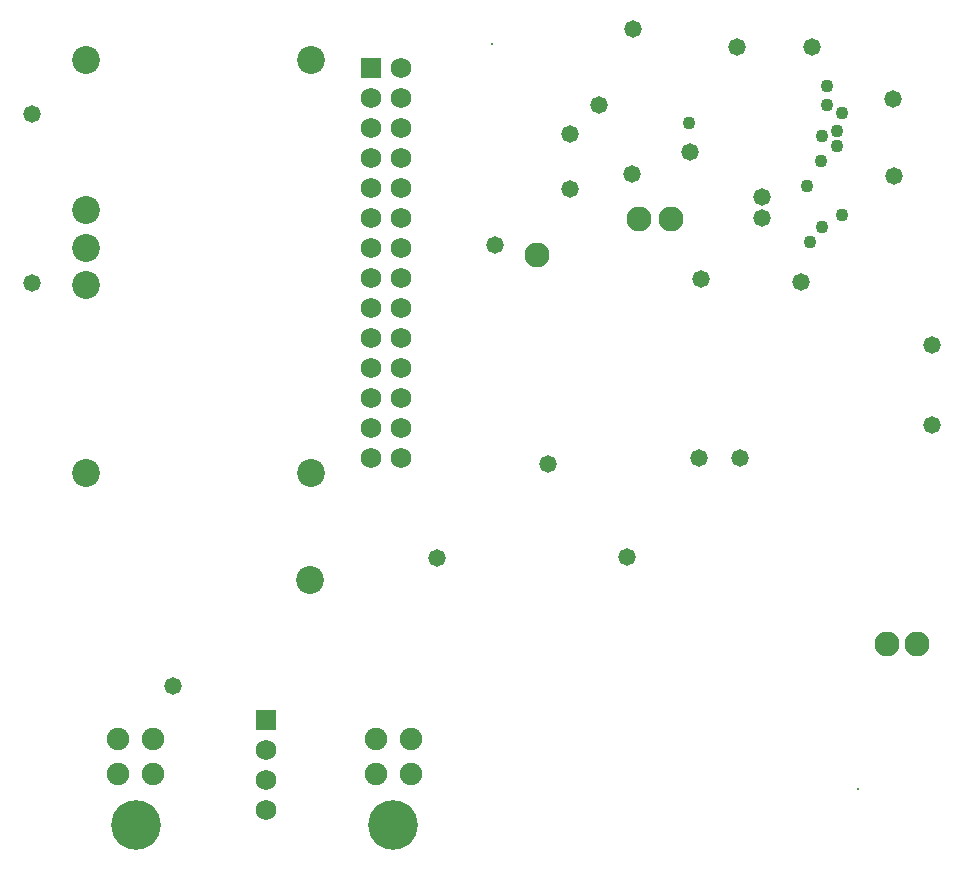
<source format=gbs>
G04*
G04 #@! TF.GenerationSoftware,Altium Limited,Altium Designer,18.0.11 (651)*
G04*
G04 Layer_Color=16711935*
%FSLAX25Y25*%
%MOIN*%
G70*
G01*
G75*
%ADD36C,0.00800*%
%ADD37C,0.09300*%
%ADD38C,0.16548*%
%ADD39C,0.07493*%
%ADD40C,0.06800*%
%ADD41R,0.06800X0.06800*%
%ADD42C,0.04300*%
%ADD43C,0.05800*%
%ADD44C,0.08300*%
D36*
X380500Y433000D02*
D03*
X502500Y184500D02*
D03*
D37*
X320000Y427500D02*
D03*
X245000D02*
D03*
Y377500D02*
D03*
Y365000D02*
D03*
Y352500D02*
D03*
Y290000D02*
D03*
X320000D02*
D03*
X319750Y254250D02*
D03*
D38*
X261595Y172492D02*
D03*
X347500Y172500D02*
D03*
D39*
X255689Y201311D02*
D03*
X267500D02*
D03*
Y189500D02*
D03*
X255689D02*
D03*
X341595Y189508D02*
D03*
X353405D02*
D03*
Y201319D02*
D03*
X341595D02*
D03*
D40*
X350000Y295000D02*
D03*
X340000D02*
D03*
X350000Y305000D02*
D03*
X340000D02*
D03*
X350000Y315000D02*
D03*
X340000D02*
D03*
X350000Y325000D02*
D03*
X340000D02*
D03*
X350000Y335000D02*
D03*
X340000D02*
D03*
X350000Y345000D02*
D03*
X340000D02*
D03*
X350000Y355000D02*
D03*
X340000D02*
D03*
X350000Y365000D02*
D03*
X340000D02*
D03*
X350000Y375000D02*
D03*
X340000D02*
D03*
X350000Y385000D02*
D03*
X340000D02*
D03*
X350000Y395000D02*
D03*
X340000D02*
D03*
X350000Y405000D02*
D03*
X340000D02*
D03*
X350000Y415000D02*
D03*
X340000D02*
D03*
X350000Y425000D02*
D03*
X305000Y197500D02*
D03*
Y187500D02*
D03*
Y177500D02*
D03*
D41*
X340000Y425000D02*
D03*
X305000Y207500D02*
D03*
D42*
X490000Y394000D02*
D03*
X490500Y402169D02*
D03*
X495500Y399000D02*
D03*
X486500Y367000D02*
D03*
X497000Y376000D02*
D03*
X490484Y372016D02*
D03*
X485500Y385500D02*
D03*
X446000Y406500D02*
D03*
X495500Y404000D02*
D03*
X497000Y410000D02*
D03*
X492000Y412500D02*
D03*
Y419000D02*
D03*
D43*
X274000Y219000D02*
D03*
X362000Y261500D02*
D03*
X226953Y353453D02*
D03*
X227000Y409500D02*
D03*
X425500Y262000D02*
D03*
X450000Y354500D02*
D03*
X483500Y353500D02*
D03*
X514000Y414500D02*
D03*
X463000Y295000D02*
D03*
X449500D02*
D03*
X381500Y366000D02*
D03*
X406500Y384500D02*
D03*
X399185Y293000D02*
D03*
X527000Y332500D02*
D03*
Y306000D02*
D03*
X470500Y375000D02*
D03*
Y382000D02*
D03*
X406500Y403000D02*
D03*
X416000Y412500D02*
D03*
X427000Y389685D02*
D03*
X446500Y397000D02*
D03*
X427500Y438000D02*
D03*
X514500Y389000D02*
D03*
X462000Y432000D02*
D03*
X487000D02*
D03*
D44*
X395500Y362500D02*
D03*
X440000Y374500D02*
D03*
X429500D02*
D03*
X522000Y233000D02*
D03*
X512000D02*
D03*
M02*

</source>
